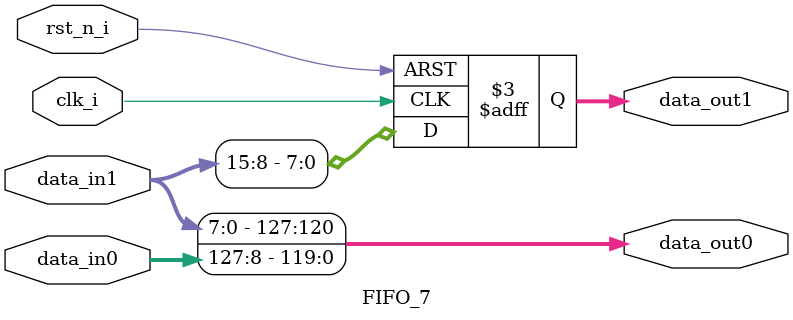
<source format=v>
module FIFO_7 (
    input               clk_i    ,
    input               rst_n_i  ,
    input  wire [127:0] data_in0 ,
    input  wire [ 15:0] data_in1 ,
    output wire [127:0] data_out0,
    output reg  [  7:0] data_out1
);

    always@(posedge clk_i or negedge rst_n_i)
        begin
            if(!rst_n_i)
                begin
                    data_out1 <= 0;
                end
            else
                begin
                    data_out1 <= data_in1[15:8];
                end
        end

    assign data_out0 = { data_in1[7:0] , data_in0[127:8] };

endmodule


</source>
